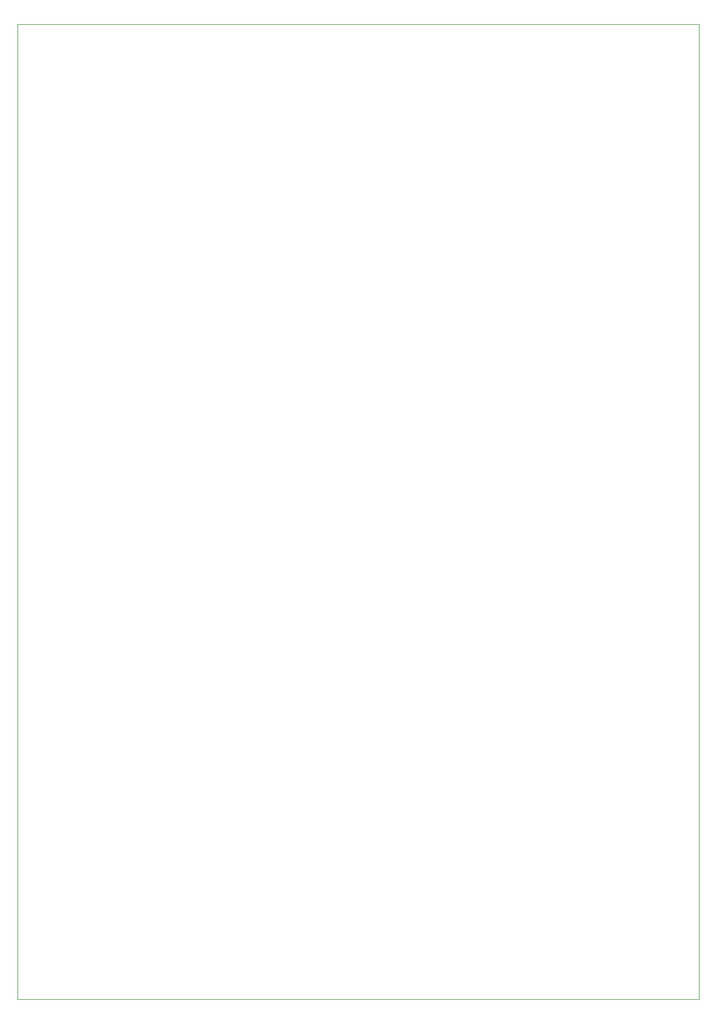
<source format=gko>
%TF.GenerationSoftware,KiCad,Pcbnew,(5.1.0)-1*%
%TF.CreationDate,2019-04-29T18:51:34+10:00*%
%TF.ProjectId,CT2960_Riser,43543239-3630-45f5-9269-7365722e6b69,rev?*%
%TF.SameCoordinates,Original*%
%TF.FileFunction,Profile,NP*%
%FSLAX46Y46*%
G04 Gerber Fmt 4.6, Leading zero omitted, Abs format (unit mm)*
G04 Created by KiCad (PCBNEW (5.1.0)-1) date 2019-04-29 18:51:34*
%MOMM*%
%LPD*%
G04 APERTURE LIST*
%ADD10C,0.100000*%
G04 APERTURE END LIST*
D10*
X178000000Y-38000000D02*
X73000000Y-38000000D01*
X178000000Y-188000000D02*
X178000000Y-38000000D01*
X73000000Y-188000000D02*
X178000000Y-188000000D01*
X73000000Y-38000000D02*
X73000000Y-188000000D01*
M02*

</source>
